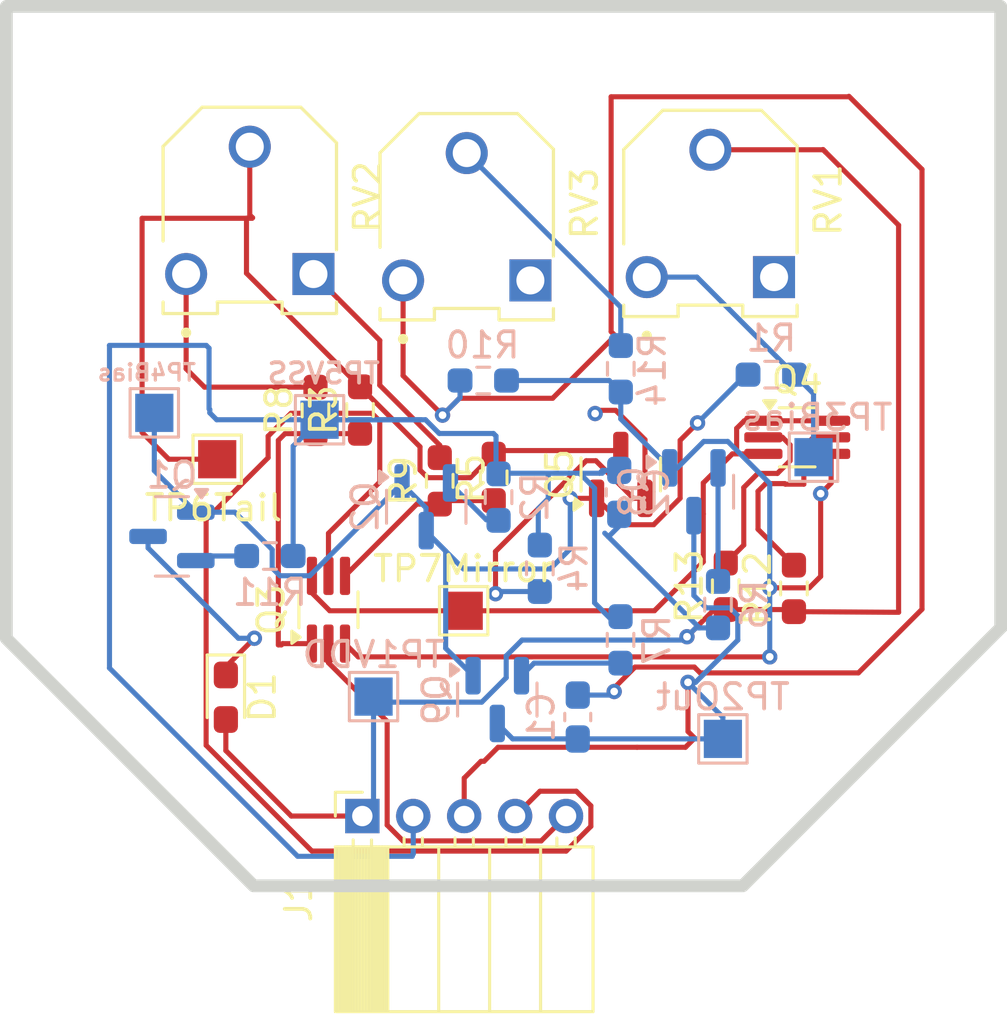
<source format=kicad_pcb>
(kicad_pcb (version 20240108) (generator "pcbnew") (generator_version "8.0")
  (layers (0 "F.Cu" signal) (31 "B.Cu" signal) (34 "B.Paste" user) (35 "F.Paste" user) (36 "B.SilkS" user "B.Silkscreen") (37 "F.SilkS" user "F.Silkscreen") (38 "B.Mask" user) (39 "F.Mask" user) (44 "Edge.Cuts" user))
  (net 0 "")
  (net 1 "OUT")
  (net 2 "Net-(C1-Pad1)")
  (net 3 "VDD")
  (net 4 "VSS")
  (net 5 "Net-(D1-K)")
  (net 6 "V+")
  (net 7 "V-")
  (net 8 "Net-(Q1-G)")
  (net 9 "Net-(Q1-S)")
  (net 10 "Net-(Q2-S)")
  (net 11 "/mirror")
  (net 12 "/difference")
  (net 13 "Net-(Q3B-SP)")
  (net 14 "Net-(Q3A-SN)")
  (net 15 "Net-(Q4B-SP)")
  (net 16 "Net-(Q4A-DN)")
  (net 17 "Net-(Q5-S)")
  (net 18 "/tail")
  (net 19 "Net-(Q8-D)")
  (net 20 "Net-(Q9-S)")
  (net 21 "/trim")
  (net 22 "Net-(R8-Pad2)")
  (net 23 "Net-(R9-Pad2)")
  (net 24 "Net-(R14-Pad2)")
  (footprint "Resistor_SMD:R_0603_1608Metric_Pad0.98x0.95mm_HandSolder" (layer "F.Cu") (at 130.48 63.48 90)
    (property "Reference" "R9" (at 0 -1.43 90) (layer "F.SilkS"))
    (property "Value" "100")
    (pad "1" smd roundrect (at -0.9125 0 90) (size 0.975 0.95) (layers "F.Cu" "F.Paste" "F.Mask") (net 13 "Net-(Q3B-SP)"))
    (pad "2" smd roundrect (at 0.9125 0 90) (size 0.975 0.95) (layers "F.Cu" "F.Paste" "F.Mask") (net 23 "Net-(R9-Pad2)"))
  )
  (footprint "Connector_PinSocket_2.00mm:PinSocket_1x05_P2.00mm_Horizontal" (layer "F.Cu") (at 127.44 76.64 90)
    (property "Reference" "J1" (at -3.31 -2.5 90) (layer "F.SilkS"))
    (property "Value" "Conn_01x05")
    (pad "1" thru_hole rect (at 0 0 90) (size 1.35 1.35) (drill 0.8) (layers "*.Cu" "*.Mask") (net 3 "VDD"))
    (pad "2" thru_hole oval (at 0 2 90) (size 1.35 1.35) (drill 0.8) (layers "*.Cu" "*.Mask") (net 4 "VSS"))
    (pad "3" thru_hole oval (at 0 4 90) (size 1.35 1.35) (drill 0.8) (layers "*.Cu" "*.Mask") (net 1 "OUT"))
    (pad "4" thru_hole oval (at 0 6 90) (size 1.35 1.35) (drill 0.8) (layers "*.Cu" "*.Mask") (net 6 "V+"))
    (pad "5" thru_hole oval (at 0 8 90) (size 1.35 1.35) (drill 0.8) (layers "*.Cu" "*.Mask") (net 7 "V-"))
  )
  (footprint "Diode_SMD:D_0603_1608Metric_Pad1.05x0.95mm_HandSolder" (layer "F.Cu") (at 122.08 71.975 -90)
    (property "Reference" "D1" (at 0 -1.43 90) (layer "F.SilkS"))
    (property "Value" "LED")
    (pad "1" smd roundrect (at -0.875 0 270) (size 1.05 0.95) (layers "F.Cu" "F.Paste" "F.Mask") (net 5 "Net-(D1-K)"))
    (pad "2" smd roundrect (at 0.875 0 270) (size 1.05 0.95) (layers "F.Cu" "F.Paste" "F.Mask") (net 3 "VDD"))
  )
  (footprint "Resistor_SMD:R_0603_1608Metric_Pad0.98x0.95mm_HandSolder" (layer "F.Cu") (at 141.7125 67.62 90)
    (property "Reference" "R13" (at 0 -1.43 90) (layer "F.SilkS"))
    (property "Value" "10")
    (pad "1" smd roundrect (at -0.9125 0 90) (size 0.975 0.95) (layers "F.Cu" "F.Paste" "F.Mask") (net 3 "VDD"))
    (pad "2" smd roundrect (at 0.9125 0 90) (size 0.975 0.95) (layers "F.Cu" "F.Paste" "F.Mask") (net 15 "Net-(Q4B-SP)"))
  )
  (footprint "AAMU Senior Design 2024-25:TRIM_3306F-1-501" (layer "F.Cu") (at 123.02 52.86 -90)
    (property "Reference" "RV2" (at -0.525 -4.625 90) (layer "F.SilkS"))
    (property "Value" "-500Ω")
    (pad "1" thru_hole rect (at 2.5 -2.5 270) (size 1.65 1.65) (drill 1.1) (layers "*.Cu" "*.Mask") (net 23 "Net-(R9-Pad2)"))
    (pad "2" thru_hole circle (at -2.5 0 270) (size 1.65 1.65) (drill 1.1) (layers "*.Cu" "*.Mask") (net 18 "/tail"))
    (pad "3" thru_hole circle (at 2.5 2.5 270) (size 1.65 1.65) (drill 1.1) (layers "*.Cu" "*.Mask") (net 22 "Net-(R8-Pad2)"))
  )
  (footprint "Resistor_SMD:R_0603_1608Metric_Pad0.98x0.95mm_HandSolder" (layer "F.Cu") (at 144.39 67.7025 90)
    (property "Reference" "R12" (at 0 -1.43 90) (layer "F.SilkS"))
    (property "Value" "10")
    (pad "1" smd roundrect (at -0.9125 0 90) (size 0.975 0.95) (layers "F.Cu" "F.Paste" "F.Mask") (net 3 "VDD"))
    (pad "2" smd roundrect (at 0.9125 0 90) (size 0.975 0.95) (layers "F.Cu" "F.Paste" "F.Mask") (net 16 "Net-(Q4A-DN)"))
  )
  (footprint "Resistor_SMD:R_0603_1608Metric_Pad0.98x0.95mm_HandSolder" (layer "F.Cu") (at 132.6 63.3425 90)
    (property "Reference" "R5" (at -0.0475 -0.88 90) (layer "F.SilkS"))
    (property "Value" "220")
    (pad "1" smd roundrect (at -0.9125 0 90) (size 0.975 0.95) (layers "F.Cu" "F.Paste" "F.Mask") (net 13 "Net-(Q3B-SP)"))
    (pad "2" smd roundrect (at 0.9125 0 90) (size 0.975 0.95) (layers "F.Cu" "F.Paste" "F.Mask") (net 18 "/tail"))
  )
  (footprint "Resistor_SMD:R_0603_1608Metric_Pad0.98x0.95mm_HandSolder" (layer "F.Cu") (at 127.35 60.7 90)
    (property "Reference" "R3" (at 0 -1.43 90) (layer "F.SilkS"))
    (property "Value" "220")
    (pad "1" smd roundrect (at -0.9125 0 90) (size 0.975 0.95) (layers "F.Cu" "F.Paste" "F.Mask") (net 14 "Net-(Q3A-SN)"))
    (pad "2" smd roundrect (at 0.9125 0 90) (size 0.975 0.95) (layers "F.Cu" "F.Paste" "F.Mask") (net 18 "/tail"))
  )
  (footprint "Package_TO_SOT_SMD:SOT-363_SC-70-6_Handsoldering" (layer "F.Cu") (at 126.11 68.54 90)
    (property "Reference" "Q3" (at 0 -2.25 90) (layer "F.SilkS"))
    (property "Value" "DMN2004DMK-7")
    (pad "1" smd roundrect (at -1.33 -0.65 90) (size 1.5 0.4) (layers "F.Cu" "F.Paste" "F.Mask") (net 14 "Net-(Q3A-SN)"))
    (pad "2" smd roundrect (at -1.33 0 90) (size 1.5 0.4) (layers "F.Cu" "F.Paste" "F.Mask") (net 7 "V-"))
    (pad "3" smd roundrect (at -1.33 0.65 90) (size 1.5 0.4) (layers "F.Cu" "F.Paste" "F.Mask") (net 12 "/difference"))
    (pad "4" smd roundrect (at 1.33 0.65 90) (size 1.5 0.4) (layers "F.Cu" "F.Paste" "F.Mask") (net 13 "Net-(Q3B-SP)"))
    (pad "5" smd roundrect (at 1.33 0 90) (size 1.5 0.4) (layers "F.Cu" "F.Paste" "F.Mask") (net 6 "V+"))
    (pad "6" smd roundrect (at 1.33 -0.65 90) (size 1.5 0.4) (layers "F.Cu" "F.Paste" "F.Mask") (net 11 "/mirror"))
  )
  (footprint "Package_TO_SOT_SMD:SOT-23" (layer "F.Cu") (at 137.59 63.2275 90)
    (property "Reference" "Q5" (at 0 -2.4 90) (layer "F.SilkS"))
    (property "Value" "DMN62DOU")
    (pad "1" smd roundrect (at -0.9375 -0.95 90) (size 1.475 0.6) (layers "F.Cu" "F.Paste" "F.Mask") (net 8 "Net-(Q1-G)"))
    (pad "2" smd roundrect (at -0.9375 0.95 90) (size 1.475 0.6) (layers "F.Cu" "F.Paste" "F.Mask") (net 17 "Net-(Q5-S)"))
    (pad "3" smd roundrect (at 0.9375 0 90) (size 1.475 0.6) (layers "F.Cu" "F.Paste" "F.Mask") (net 18 "/tail"))
  )
  (footprint "AAMU Senior Design 2024-25:TRIM_3306F-1-501" (layer "F.Cu") (at 131.54 53.11 -90)
    (property "Reference" "RV3" (at -0.525 -4.625 90) (layer "F.SilkS"))
    (property "Value" "-500Ω")
    (pad "1" thru_hole rect (at 2.5 -2.5 270) (size 1.65 1.65) (drill 1.1) (layers "*.Cu" "*.Mask"))
    (pad "2" thru_hole circle (at -2.5 0 270) (size 1.65 1.65) (drill 1.1) (layers "*.Cu" "*.Mask") (net 24 "Net-(R14-Pad2)"))
    (pad "3" thru_hole circle (at 2.5 2.5 270) (size 1.65 1.65) (drill 1.1) (layers "*.Cu" "*.Mask") (net 2 "Net-(C1-Pad1)"))
  )
  (footprint "Resistor_SMD:R_0603_1608Metric_Pad0.98x0.95mm_HandSolder" (layer "F.Cu") (at 125.6 60.7125 90)
    (property "Reference" "R8" (at 0 -1.43 90) (layer "F.SilkS"))
    (property "Value" "100")
    (pad "1" smd roundrect (at -0.9125 0 90) (size 0.975 0.95) (layers "F.Cu" "F.Paste" "F.Mask") (net 14 "Net-(Q3A-SN)"))
    (pad "2" smd roundrect (at 0.9125 0 90) (size 0.975 0.95) (layers "F.Cu" "F.Paste" "F.Mask") (net 22 "Net-(R8-Pad2)"))
  )
  (footprint "TestPoint:TestPoint_Pad_1.5x1.5mm" (layer "F.Cu") (at 131.42 68.58)
    (property "Reference" "TP7Mirror" (at 0 -1.648 0) (layer "F.SilkS"))
    (property "Value" "TestPoint")
    (pad "1" smd rect (at 0 0) (size 1.5 1.5) (layers "F.Cu" "F.Mask") (net 11 "/mirror"))
  )
  (footprint "AAMU Senior Design 2024-25:TRIM_3306F-1-501" (layer "F.Cu") (at 141.11 52.98 -90)
    (property "Reference" "RV1" (at -0.525 -4.625 90) (layer "F.SilkS"))
    (property "Value" "500Ω")
    (pad "1" thru_hole rect (at 2.5 -2.5 270) (size 1.65 1.65) (drill 1.1) (layers "*.Cu" "*.Mask"))
    (pad "2" thru_hole circle (at -2.5 0 270) (size 1.65 1.65) (drill 1.1) (layers "*.Cu" "*.Mask") (net 3 "VDD"))
    (pad "3" thru_hole circle (at 2.5 2.5 270) (size 1.65 1.65) (drill 1.1) (layers "*.Cu" "*.Mask") (net 21 "/trim"))
  )
  (footprint "Package_TO_SOT_SMD:SOT-363_SC-70-6_Handsoldering" (layer "F.Cu") (at 144.52 61.77)
    (property "Reference" "Q4" (at 0 -2.25 0) (layer "F.SilkS"))
    (property "Value" "DMP2240UDM-7")
    (pad "1" smd roundrect (at -1.33 -0.65) (size 1.5 0.4) (layers "F.Cu" "F.Paste" "F.Mask") (net 11 "/mirror"))
    (pad "2" smd roundrect (at -1.33 0) (size 1.5 0.4) (layers "F.Cu" "F.Paste" "F.Mask") (net 15 "Net-(Q4B-SP)"))
    (pad "3" smd roundrect (at -1.33 0.65) (size 1.5 0.4) (layers "F.Cu" "F.Paste" "F.Mask") (net 11 "/mirror"))
    (pad "4" smd roundrect (at 1.33 0.65) (size 1.5 0.4) (layers "F.Cu" "F.Paste" "F.Mask") (net 12 "/difference"))
    (pad "5" smd roundrect (at 1.33 0) (size 1.5 0.4) (layers "F.Cu" "F.Paste" "F.Mask") (net 16 "Net-(Q4A-DN)"))
    (pad "6" smd roundrect (at 1.33 -0.65) (size 1.5 0.4) (layers "F.Cu" "F.Paste" "F.Mask") (net 11 "/mirror"))
  )
  (footprint "TestPoint:TestPoint_Pad_1.5x1.5mm" (layer "F.Cu") (at 121.74 62.63)
    (property "Reference" "TP6Tail" (at -0.15 1.91 0) (layer "F.SilkS"))
    (property "Value" "TestPoint")
    (pad "1" smd rect (at 0 0) (size 1.5 1.5) (layers "F.Cu" "F.Mask") (net 18 "/tail"))
  )
  (footprint "Resistor_SMD:R_0603_1608Metric_Pad0.98x0.95mm_HandSolder" (layer "B.Cu") (at 134.41 66.9125 90)
    (property "Reference" "R4" (at 0.0375 1.35 90) (layer "B.SilkS") (effects (justify mirror)))
    (property "Value" "10")
    (pad "1" smd roundrect (at -0.9125 0 90) (size 0.975 0.95) (layers "B.Cu" "B.Paste" "B.Mask") (net 17 "Net-(Q5-S)"))
    (pad "2" smd roundrect (at 0.9125 0 90) (size 0.975 0.95) (layers "B.Cu" "B.Paste" "B.Mask") (net 4 "VSS"))
  )
  (footprint "Resistor_SMD:R_0603_1608Metric_Pad0.98x0.95mm_HandSolder" (layer "B.Cu") (at 143.5 59.31 180)
    (property "Reference" "R1" (at 0 1.43 0) (layer "B.SilkS") (effects (justify mirror)))
    (property "Value" "680Ω")
    (pad "1" smd roundrect (at -0.9125 0 180) (size 0.975 0.95) (layers "B.Cu" "B.Paste" "B.Mask") (net 21 "/trim"))
    (pad "2" smd roundrect (at 0.9125 0 180) (size 0.975 0.95) (layers "B.Cu" "B.Paste" "B.Mask") (net 8 "Net-(Q1-G)"))
  )
  (footprint "Resistor_SMD:R_0603_1608Metric_Pad0.98x0.95mm_HandSolder" (layer "B.Cu") (at 132.79 64.1175 90)
    (property "Reference" "R2" (at 0 1.43 90) (layer "B.SilkS") (effects (justify mirror)))
    (property "Value" "10")
    (pad "1" smd roundrect (at -0.9125 0 90) (size 0.975 0.95) (layers "B.Cu" "B.Paste" "B.Mask") (net 10 "Net-(Q2-S)"))
    (pad "2" smd roundrect (at 0.9125 0 90) (size 0.975 0.95) (layers "B.Cu" "B.Paste" "B.Mask") (net 4 "VSS"))
  )
  (footprint "TestPoint:TestPoint_Pad_1.5x1.5mm" (layer "B.Cu") (at 141.6 73.61 180)
    (property "Reference" "TP2Out" (at 0 1.648 0) (layer "B.SilkS") (effects (justify mirror)))
    (property "Value" "TestPoint")
    (pad "1" smd rect (at 0 0 180) (size 1.5 1.5) (layers "B.Cu" "B.Mask") (net 1 "OUT"))
  )
  (footprint "Package_TO_SOT_SMD:SOT-23" (layer "B.Cu") (at 132.74 72.0675 -90)
    (property "Reference" "Q9" (at 0 2.4 90) (layer "B.SilkS") (effects (justify mirror)))
    (property "Value" "DMN62DOU")
    (pad "1" smd roundrect (at -0.9375 0.95 270) (size 1.475 0.6) (layers "B.Cu" "B.Paste" "B.Mask") (net 8 "Net-(Q1-G)"))
    (pad "2" smd roundrect (at -0.9375 -0.95 270) (size 1.475 0.6) (layers "B.Cu" "B.Paste" "B.Mask") (net 20 "Net-(Q9-S)"))
    (pad "3" smd roundrect (at 0.9375 0 270) (size 1.475 0.6) (layers "B.Cu" "B.Paste" "B.Mask") (net 1 "OUT"))
  )
  (footprint "Resistor_SMD:R_0603_1608Metric_Pad0.98x0.95mm_HandSolder" (layer "B.Cu") (at 141.41 68.34 90)
    (property "Reference" "R6" (at 0 1.43 90) (layer "B.SilkS") (effects (justify mirror)))
    (property "Value" "10")
    (pad "1" smd roundrect (at -0.9125 0 90) (size 0.975 0.95) (layers "B.Cu" "B.Paste" "B.Mask") (net 3 "VDD"))
    (pad "2" smd roundrect (at 0.9125 0 90) (size 0.975 0.95) (layers "B.Cu" "B.Paste" "B.Mask") (net 19 "Net-(Q8-D)"))
  )
  (footprint "Resistor_SMD:R_0603_1608Metric_Pad0.98x0.95mm_HandSolder" (layer "B.Cu") (at 132.19 59.54 180)
    (property "Reference" "R10" (at 0.03 1.39 0) (layer "B.SilkS") (effects (justify mirror)))
    (property "Value" "DNP")
    (pad "1" smd roundrect (at -0.9125 0 180) (size 0.975 0.95) (layers "B.Cu" "B.Paste" "B.Mask") (net 12 "/difference"))
    (pad "2" smd roundrect (at 0.9125 0 180) (size 0.975 0.95) (layers "B.Cu" "B.Paste" "B.Mask") (net 2 "Net-(C1-Pad1)"))
  )
  (footprint "Resistor_SMD:R_0603_1608Metric_Pad0.98x0.95mm_HandSolder" (layer "B.Cu") (at 137.59 59.08 90)
    (property "Reference" "R14" (at -0.0325 1.24 90) (layer "B.SilkS") (effects (justify mirror)))
    (property "Value" "10")
    (pad "1" smd roundrect (at -0.9125 0 90) (size 0.975 0.95) (layers "B.Cu" "B.Paste" "B.Mask") (net 12 "/difference"))
    (pad "2" smd roundrect (at 0.9125 0 90) (size 0.975 0.95) (layers "B.Cu" "B.Paste" "B.Mask") (net 24 "Net-(R14-Pad2)"))
  )
  (footprint "Package_TO_SOT_SMD:SOT-23" (layer "B.Cu") (at 119.9625 65.66 180)
    (property "Reference" "Q1" (at 0 2.4 0) (layer "B.SilkS") (effects (justify mirror)))
    (property "Value" "DMN62DOU")
    (pad "1" smd roundrect (at -0.9375 0.95 180) (size 1.475 0.6) (layers "B.Cu" "B.Paste" "B.Mask") (net 8 "Net-(Q1-G)"))
    (pad "2" smd roundrect (at -0.9375 -0.95 180) (size 1.475 0.6) (layers "B.Cu" "B.Paste" "B.Mask") (net 9 "Net-(Q1-S)"))
    (pad "3" smd roundrect (at 0.9375 0 180) (size 1.475 0.6) (layers "B.Cu" "B.Paste" "B.Mask") (net 5 "Net-(D1-K)"))
  )
  (footprint "Resistor_SMD:R_0603_1608Metric_Pad0.98x0.95mm_HandSolder" (layer "B.Cu") (at 123.81 66.43)
    (property "Reference" "R11" (at 0 1.43 0) (layer "B.SilkS") (effects (justify mirror)))
    (property "Value" "10")
    (pad "1" smd roundrect (at -0.9125 0) (size 0.975 0.95) (layers "B.Cu" "B.Paste" "B.Mask") (net 9 "Net-(Q1-S)"))
    (pad "2" smd roundrect (at 0.9125 0) (size 0.975 0.95) (layers "B.Cu" "B.Paste" "B.Mask") (net 4 "VSS"))
  )
  (footprint "TestPoint:TestPoint_Pad_1.5x1.5mm" (layer "B.Cu") (at 145.16 62.55 180)
    (property "Reference" "TP3Bias" (at -0.14 1.56 0) (layer "B.SilkS") (effects (justify mirror)))
    (property "Value" "TestPoint")
    (pad "1" smd rect (at 0 0 180) (size 1.5 1.5) (layers "B.Cu" "B.Mask") (net 21 "/trim"))
  )
  (footprint "Package_TO_SOT_SMD:SOT-23" (layer "B.Cu") (at 140.46 63.9075 -90)
    (property "Reference" "Q8" (at 0 2.4 90) (layer "B.SilkS") (effects (justify mirror)))
    (property "Value" "DMP510DL")
    (pad "1" smd roundrect (at -0.9375 0.95 270) (size 1.475 0.6) (layers "B.Cu" "B.Paste" "B.Mask") (net 12 "/difference"))
    (pad "2" smd roundrect (at -0.9375 -0.95 270) (size 1.475 0.6) (layers "B.Cu" "B.Paste" "B.Mask") (net 19 "Net-(Q8-D)"))
    (pad "3" smd roundrect (at 0.9375 0 270) (size 1.475 0.6) (layers "B.Cu" "B.Paste" "B.Mask") (net 1 "OUT"))
  )
  (footprint "TestPoint:TestPoint_Pad_1.5x1.5mm" (layer "B.Cu") (at 127.88 71.95 180)
    (property "Reference" "TP1VDD" (at 0 1.648 0) (layer "B.SilkS") (effects (justify mirror)))
    (property "Value" "TestPoint")
    (pad "1" smd rect (at 0 0 180) (size 1.5 1.5) (layers "B.Cu" "B.Mask") (net 3 "VDD"))
  )
  (footprint "Package_TO_SOT_SMD:SOT-23" (layer "B.Cu") (at 129.95 64.4975 -90)
    (property "Reference" "Q2" (at 0 2.4 90) (layer "B.SilkS") (effects (justify mirror)))
    (property "Value" "DMN62DOU")
    (pad "1" smd roundrect (at -0.9375 0.95 270) (size 1.475 0.6) (layers "B.Cu" "B.Paste" "B.Mask") (net 8 "Net-(Q1-G)"))
    (pad "2" smd roundrect (at -0.9375 -0.95 270) (size 1.475 0.6) (layers "B.Cu" "B.Paste" "B.Mask") (net 10 "Net-(Q2-S)"))
    (pad "3" smd roundrect (at 0.9375 0 270) (size 1.475 0.6) (layers "B.Cu" "B.Paste" "B.Mask") (net 8 "Net-(Q1-G)"))
  )
  (footprint "TestPoint:TestPoint_Pad_1.5x1.5mm" (layer "B.Cu") (at 125.76 61.08 180)
    (property "Reference" "TP5VSS" (at -0.16 1.82 0) (layer "B.SilkS") (effects (font (size 0.8 0.8)) (justify mirror)))
    (property "Value" "TestPoint")
    (pad "1" smd rect (at 0 0 180) (size 1.5 1.5) (layers "B.Cu" "B.Mask") (net 4 "VSS"))
  )
  (footprint "Capacitor_SMD:C_0603_1608Metric_Pad1.08x0.95mm_HandSolder" (layer "B.Cu") (at 135.9 72.7525 -90)
    (property "Reference" "C1" (at 0 1.43 90) (layer "B.SilkS") (effects (justify mirror)))
    (property "Value" "0.001µF")
    (pad "1" smd roundrect (at -0.8625 0 270) (size 1.075 0.95) (layers "B.Cu" "B.Paste" "B.Mask") (net 2 "Net-(C1-Pad1)"))
    (pad "2" smd roundrect (at 0.8625 0 270) (size 1.075 0.95) (layers "B.Cu" "B.Paste" "B.Mask") (net 1 "OUT"))
  )
  (footprint "TestPoint:TestPoint_Pad_1.5x1.5mm" (layer "B.Cu") (at 119.27 60.81 180)
    (property "Reference" "TP4Bias" (at 0.3 1.58 0) (layer "B.SilkS") (effects (font (size 0.65 0.65) (thickness 0.125)) (justify mirror)))
    (property "Value" "TestPoint")
    (pad "1" smd rect (at 0 0 180) (size 1.5 1.5) (layers "B.Cu" "B.Mask") (net 8 "Net-(Q1-G)"))
  )
  (footprint "Capacitor_SMD:C_0603_1608Metric_Pad1.08x0.95mm_HandSolder" (layer "B.Cu") (at 137.53 63.93 90)
    (property "Reference" "C2" (at 0 1.43 90) (layer "B.SilkS") (effects (justify mirror)))
    (property "Value" "10µF")
    (pad "1" smd roundrect (at -0.8625 0 90) (size 1.075 0.95) (layers "B.Cu" "B.Paste" "B.Mask") (net 3 "VDD"))
    (pad "2" smd roundrect (at 0.8625 0 90) (size 1.075 0.95) (layers "B.Cu" "B.Paste" "B.Mask") (net 4 "VSS"))
  )
  (footprint "Resistor_SMD:R_0603_1608Metric_Pad0.98x0.95mm_HandSolder" (layer "B.Cu") (at 137.58 69.7225 90)
    (property "Reference" "R7" (at 0 1.43 90) (layer "B.SilkS") (effects (justify mirror)))
    (property "Value" "10")
    (pad "1" smd roundrect (at -0.9125 0 90) (size 0.975 0.95) (layers "B.Cu" "B.Paste" "B.Mask") (net 20 "Net-(Q9-S)"))
    (pad "2" smd roundrect (at 0.9125 0 90) (size 0.975 0.95) (layers "B.Cu" "B.Paste" "B.Mask") (net 4 "VSS"))
  )
  (gr_poly (pts (xy 113.46 44.85) (xy 152.51 44.85) (xy 152.51 69.25) (xy 142.38 79.38) (xy 123.17 79.38) (xy 113.46 69.67)) (stroke (width 0.5)) (fill none) (layer "Edge.Cuts"))
  (segment (start 138.23 73.94) (end 140.13 73.94) (width 0.2) (layer "F.Cu") (net 1))
  (segment (start 131.44 76.64) (end 131.44 75.15) (width 0.2) (layer "F.Cu") (net 1))
  (segment (start 140.13 73.94) (end 140.49 73.58) (width 0.2) (layer "F.Cu") (net 1))
  (segment (start 140.23 71.31) (end 140.23 71.39) (width 0.2) (layer "F.Cu") (net 1))
  (segment (start 140.49 73.58) (end 140.23 73.32) (width 0.2) (layer "F.Cu") (net 1))
  (segment (start 140.23 73.32) (end 140.23 71.39) (width 0.2) (layer "F.Cu") (net 1))
  (segment (start 132.1 74.49) (end 132.22 74.49) (width 0.2) (layer "F.Cu") (net 1))
  (segment (start 132.77 73.94) (end 138.23 73.94) (width 0.2) (layer "F.Cu") (net 1))
  (segment (start 131.44 75.15) (end 132.1 74.49) (width 0.2) (layer "F.Cu") (net 1))
  (segment (start 132.22 74.49) (end 132.77 73.94) (width 0.2) (layer "F.Cu") (net 1))
  (via (at 140.23 71.39) (size 0.6) (drill 0.3) (layers "F.Cu" "B.Cu") (net 1))
  (segment (start 141.876722 68.465) (end 142.185 68.773278) (width 0.2) (layer "B.Cu") (net 1))
  (segment (start 141.6 72.76) (end 140.23 71.39) (width 0.2) (layer "B.Cu") (net 1))
  (segment (start 142.185 69.731722) (end 140.526722 71.39) (width 0.2) (layer "B.Cu") (net 1))
  (segment (start 141.6 73.61) (end 141.6 72.76) (width 0.2) (layer "B.Cu") (net 1))
  (segment (start 140.46 64.845) (end 140.46 67.981722) (width 0.2) (layer "B.Cu") (net 1))
  (segment (start 142.185 68.773278) (end 142.185 69.731722) (width 0.2) (layer "B.Cu") (net 1))
  (segment (start 140.526722 71.39) (end 140.23 71.39) (width 0.2) (layer "B.Cu") (net 1))
  (segment (start 140.943278 68.465) (end 141.876722 68.465) (width 0.2) (layer "B.Cu") (net 1))
  (segment (start 141.6 73.61) (end 133.345 73.61) (width 0.2) (layer "B.Cu") (net 1))
  (segment (start 133.345 73.61) (end 132.74 73.005) (width 0.2) (layer "B.Cu") (net 1))
  (segment (start 140.46 67.981722) (end 140.943278 68.465) (width 0.2) (layer "B.Cu") (net 1))
  (segment (start 129.04 55.61) (end 129.04 59.35) (width 0.2) (layer "F.Cu") (net 2))
  (segment (start 149.42 51.25) (end 149.42 68.52) (width 0.2) (layer "F.Cu") (net 2))
  (segment (start 130.59 60.9) (end 131.253129 60.236871) (width 0.2) (layer "F.Cu") (net 2))
  (segment (start 131.253129 60.236871) (end 134.913129 60.236871) (width 0.2) (layer "F.Cu") (net 2))
  (segment (start 137.37 57.78) (end 137.21 57.62) (width 0.2) (layer "F.Cu") (net 2))
  (segment (start 146.92 71.02) (end 140.708529 71.02) (width 0.2) (layer "F.Cu") (net 2))
  (segment (start 140.478529 70.79) (end 138.15 70.79) (width 0.2) (layer "F.Cu") (net 2))
  (segment (start 137.331151 71.608849) (end 137.331151 71.75) (width 0.2) (layer "F.Cu") (net 2))
  (segment (start 146.55 48.38) (end 149.42 51.25) (width 0.2) (layer "F.Cu") (net 2))
  (segment (start 137.21 57.62) (end 137.21 48.4) (width 0.2) (layer "F.Cu") (net 2))
  (segment (start 134.913129 60.236871) (end 137.37 57.78) (width 0.2) (layer "F.Cu") (net 2))
  (segment (start 149.42 68.52) (end 146.92 71.02) (width 0.2) (layer "F.Cu") (net 2))
  (segment (start 138.15 70.79) (end 137.331151 71.608849) (width 0.2) (layer "F.Cu") (net 2))
  (segment (start 129.04 59.35) (end 130.59 60.9) (width 0.2) (layer "F.Cu") (net 2))
  (segment (start 137.21 48.4) (end 146.53 48.4) (width 0.2) (layer "F.Cu") (net 2))
  (segment (start 140.708529 71.02) (end 140.478529 70.79) (width 0.2) (layer "F.Cu") (net 2))
  (via (at 137.331151 71.75) (size 0.6) (drill 0.3) (layers "F.Cu" "B.Cu") (net 2))
  (via (at 130.59 60.9) (size 0.6) (drill 0.3) (layers "F.Cu" "B.Cu") (net 2))
  (segment (start 137.191151 71.89) (end 137.331151 71.75) (width 0.2) (layer "B.Cu") (net 2))
  (segment (start 135.9 71.89) (end 137.191151 71.89) (width 0.2) (layer "B.Cu") (net 2))
  (segment (start 131.2775 60.2125) (end 130.59 60.9) (width 0.2) (layer "B.Cu") (net 2))
  (segment (start 131.2775 59.54) (end 131.2775 60.2125) (width 0.2) (layer "B.Cu") (net 2))
  (segment (start 122.08 72.85) (end 122.08 74.07) (width 0.2) (layer "F.Cu") (net 3))
  (segment (start 122.08 74.07) (end 124.65 76.64) (width 0.2) (layer "F.Cu") (net 3))
  (segment (start 124.65 76.64) (end 127.44 76.64) (width 0.2) (layer "F.Cu") (net 3))
  (segment (start 148.5 68.64) (end 148.5 53.44) (width 0.2) (layer "F.Cu") (net 3))
  (segment (start 141.7125 68.5325) (end 141.2575 68.5325) (width 0.2) (layer "F.Cu") (net 3))
  (segment (start 141.2575 68.5325) (end 140.19 69.6) (width 0.2) (layer "F.Cu") (net 3))
  (segment (start 148.5 53.44) (end 145.63 50.57) (width 0.2) (layer "F.Cu") (net 3))
  (segment (start 144.39 68.615) (end 148.5 68.64) (width 0.2) (layer "F.Cu") (net 3))
  (segment (start 145.54 50.48) (end 145.63 50.57) (width 0.2) (layer "F.Cu") (net 3))
  (segment (start 145.63 50.57) (end 145.53 50.47) (width 0.2) (layer "F.Cu") (net 3))
  (segment (start 141.11 50.48) (end 145.54 50.48) (width 0.2) (layer "F.Cu") (net 3))
  (segment (start 141.7125 68.5325) (end 144.3075 68.5325) (width 0.2) (layer "F.Cu") (net 3))
  (segment (start 144.3075 68.5325) (end 144.39 68.615) (width 0.2) (layer "F.Cu") (net 3))
  (via (at 140.19 69.6) (size 0.6) (drill 0.3) (layers "F.Cu" "B.Cu") (net 3))
  (segment (start 128.0975 72.1675) (end 132.130552 72.1675) (width 0.2) (layer "B.Cu") (net 3))
  (segment (start 140.68 69.2525) (end 137.10375 65.67625) (width 0.2) (layer "B.Cu") (net 3))
  (segment (start 137.10375 65.67625) (end 136.96 65.5325) (width 0.2) (layer "B.Cu") (net 3))
  (segment (start 140.68 69.2525) (end 140.5375 69.2525) (width 0.2) (layer "B.Cu") (net 3))
  (segment (start 140.5375 69.2525) (end 140.19 69.6) (width 0.2) (layer "B.Cu") (net 3))
  (segment (start 127.88 76.2) (end 127.44 76.64) (width 0.2) (layer "B.Cu") (net 3))
  (segment (start 140.06 69.73) (end 140.19 69.6) (width 0.2) (layer "B.Cu") (net 3))
  (segment (start 137.10375 65.67625) (end 137.53 65.25) (width 0.2) (layer "B.Cu") (net 3))
  (segment (start 133.09 70.351948) (end 133.711948 69.73) (width 0.2) (layer "B.Cu") (net 3))
  (segment (start 137.53 65.25) (end 137.53 64.7925) (width 0.2) (layer "B.Cu") (net 3))
  (segment (start 141.41 69.2525) (end 140.68 69.2525) (width 0.2) (layer "B.Cu") (net 3))
  (segment (start 133.09 71.208052) (end 133.09 70.351948) (width 0.2) (layer "B.Cu") (net 3))
  (segment (start 127.88 71.95) (end 127.88 76.2) (width 0.2) (layer "B.Cu") (net 3))
  (segment (start 133.711948 69.73) (end 140.06 69.73) (width 0.2) (layer "B.Cu") (net 3))
  (segment (start 132.130552 72.1675) (end 133.09 71.208052) (width 0.2) (layer "B.Cu") (net 3))
  (segment (start 127.88 71.95) (end 128.0975 72.1675) (width 0.2) (layer "B.Cu") (net 3))
  (segment (start 132.64 63.18) (end 134.74 63.18) (width 0.2) (layer "B.Cu") (net 4))
  (segment (start 121.72 61.08) (end 121.45 60.81) (width 0.2) (layer "B.Cu") (net 4))
  (segment (start 125.76 61.08) (end 121.72 61.08) (width 0.2) (layer "B.Cu") (net 4))
  (segment (start 129.921471 61.08) (end 125.76 61.08) (width 0.2) (layer "B.Cu") (net 4))
  (segment (start 121.45 60.68) (end 121.42 60.65) (width 0.2) (layer "B.Cu") (net 4))
  (segment (start 135.97 63.18) (end 136.76 63.18) (width 0.2) (layer "B.Cu") (net 4))
  (segment (start 117.51 70.83) (end 124.9 78.22) (width 0.2) (layer "B.Cu") (net 4))
  (segment (start 134.35 66.15) (end 134.35 64.571471) (width 0.2) (layer "B.Cu") (net 4))
  (segment (start 136.76 63.18) (end 136.86 63.18) (width 0.2) (layer "B.Cu") (net 4))
  (segment (start 134.74 63.18) (end 135.97 63.18) (width 0.2) (layer "B.Cu") (net 4))
  (segment (start 132.69 61.72) (end 132.59 61.62) (width 0.2) (layer "B.Cu") (net 4))
  (segment (start 132.69 63.2075) (end 132.69 61.72) (width 0.2) (layer "B.Cu") (net 4))
  (segment (start 125.76 61.08) (end 124.7225 62.1175) (width 0.2) (layer "B.Cu") (net 4))
  (segment (start 134.35 64.571471) (end 134.74 64.181471) (width 0.2) (layer "B.Cu") (net 4))
  (segment (start 134.74 64.181471) (end 134.74 63.18) (width 0.2) (layer "B.Cu") (net 4))
  (segment (start 121.31 58.16) (end 117.51 58.16) (width 0.2) (layer "B.Cu") (net 4))
  (segment (start 136.56 63.77) (end 135.97 63.18) (width 0.2) (layer "B.Cu") (net 4))
  (segment (start 136.86 63.18) (end 136.96 63.08) (width 0.2) (layer "B.Cu") (net 4))
  (segment (start 137.23 68.9375) (end 136.56 68.2675) (width 0.2) (layer "B.Cu") (net 4))
  (segment (start 124.9 78.22) (end 129.4 78.22) (width 0.2) (layer "B.Cu") (net 4))
  (segment (start 129.4 78.22) (end 129.4 78.17) (width 0.2) (layer "B.Cu") (net 4))
  (segment (start 136.56 68.2675) (end 136.56 63.77) (width 0.2) (layer "B.Cu") (net 4))
  (segment (start 129.758052 61.08) (end 125.76 61.08) (width 0.2) (layer "B.Cu") (net 4))
  (segment (start 121.42 60.65) (end 121.42 58.27) (width 0.2) (layer "B.Cu") (net 4))
  (segment (start 132.59 61.62) (end 130.461472 61.62) (width 0.2) (layer "B.Cu") (net 4))
  (segment (start 130.425736 61.584264) (end 129.921471 61.08) (width 0.2) (layer "B.Cu") (net 4))
  (segment (start 129.4 78.17) (end 129.44 78.13) (width 0.2) (layer "B.Cu") (net 4))
  (segment (start 121.42 58.27) (end 121.31 58.16) (width 0.2) (layer "B.Cu") (net 4))
  (segment (start 129.44 78.13) (end 129.44 76.64) (width 0.2) (layer "B.Cu") (net 4))
  (segment (start 130.461472 61.62) (end 130.425736 61.584264) (width 0.2) (layer "B.Cu") (net 4))
  (segment (start 121.45 60.81) (end 121.45 60.68) (width 0.2) (layer "B.Cu") (net 4))
  (segment (start 136.76 63.18) (end 136.8725 63.0675) (width 0.2) (layer "B.Cu") (net 4))
  (segment (start 136.8725 63.0675) (end 137.53 63.0675) (width 0.2) (layer "B.Cu") (net 4))
  (segment (start 117.51 58.16) (end 117.51 70.83) (width 0.2) (layer "B.Cu") (net 4))
  (segment (start 124.7225 62.1175) (end 124.7225 66.43) (width 0.2) (layer "B.Cu") (net 4))
  (segment (start 123.28 69.58) (end 123.2 69.66) (width 0.2) (layer "F.Cu") (net 5))
  (segment (start 122.08 70.78) (end 123.2 69.66) (width 0.2) (layer "F.Cu") (net 5))
  (segment (start 122.08 71.1) (end 122.08 70.78) (width 0.2) (layer "F.Cu") (net 5))
  (via (at 123.2 69.66) (size 0.6) (drill 0.3) (layers "F.Cu" "B.Cu") (net 5))
  (segment (start 122.571948 69.66) (end 123.2 69.66) (width 0.2) (layer "B.Cu") (net 5))
  (segment (start 119.025 65.66) (end 119.025 66.113052) (width 0.2) (layer "B.Cu") (net 5))
  (segment (start 119.025 66.113052) (end 122.571948 69.66) (width 0.2) (layer "B.Cu") (net 5))
  (segment (start 135.843859 75.665) (end 136.415 76.236141) (width 0.2) (layer "F.Cu") (net 6))
  (segment (start 136.415 77.043859) (end 135.443859 78.015) (width 0.2) (layer "F.Cu") (net 6))
  (segment (start 125.459314 78.015) (end 121.305 73.860686) (width 0.2) (layer "F.Cu") (net 6))
  (segment (start 127.816722 60.825) (end 128.125 61.133278) (width 0.2) (layer "F.Cu") (net 6))
  (segment (start 128.125 63.525) (end 126.11 65.54) (width 0.2) (layer "F.Cu") (net 6))
  (segment (start 135.443859 78.015) (end 125.459314 78.015) (width 0.2) (layer "F.Cu") (net 6))
  (segment (start 121.305 73.860686) (end 121.305 65.005) (width 0.2) (layer "F.Cu") (net 6))
  (segment (start 124.639314 60.825) (end 127.816722 60.825) (width 0.2) (layer "F.Cu") (net 6))
  (segment (start 123.74 62.57) (end 123.74 61.724314) (width 0.2) (layer "F.Cu") (net 6))
  (segment (start 123.74 61.724314) (end 124.639314 60.825) (width 0.2) (layer "F.Cu") (net 6))
  (segment (start 128.125 61.133278) (end 128.125 63.525) (width 0.2) (layer "F.Cu") (net 6))
  (segment (start 121.305 65.005) (end 123.74 62.57) (width 0.2) (layer "F.Cu") (net 6))
  (segment (start 134.415 75.665) (end 135.843859 75.665) (width 0.2) (layer "F.Cu") (net 6))
  (segment (start 126.11 67.21) (end 126.11 65.54) (width 0.2) (layer "F.Cu") (net 6))
  (segment (start 133.44 76.64) (end 134.415 75.665) (width 0.2) (layer "F.Cu") (net 6))
  (segment (start 136.415 76.236141) (end 136.415 77.043859) (width 0.2) (layer "F.Cu") (net 6))
  (segment (start 128.415 76.993859) (end 129.036141 77.615) (width 0.2) (layer "F.Cu") (net 7))
  (segment (start 126.11 69.87) (end 126.11 70.619999) (width 0.2) (layer "F.Cu") (net 7))
  (segment (start 126.11 70.619999) (end 128.415 72.924999) (width 0.2) (layer "F.Cu") (net 7))
  (segment (start 134.465 77.615) (end 135.44 76.64) (width 0.2) (layer "F.Cu") (net 7))
  (segment (start 129.036141 77.615) (end 134.465 77.615) (width 0.2) (layer "F.Cu") (net 7))
  (segment (start 128.415 72.924999) (end 128.415 76.993859) (width 0.2) (layer "F.Cu") (net 7))
  (segment (start 140.67 61.14) (end 140.605 61.205) (width 0.2) (layer "F.Cu") (net 8))
  (segment (start 139.92 61.89) (end 140.605 61.205) (width 0.2) (layer "F.Cu") (net 8))
  (segment (start 135.57 64.13) (end 135.605 64.165) (width 0.2) (layer "F.Cu") (net 8))
  (segment (start 139.92 64.163052) (end 139.92 61.89) (width 0.2) (layer "F.Cu") (net 8))
  (segment (start 137.6775 65.2025) (end 138.880552 65.2025) (width 0.2) (layer "F.Cu") (net 8))
  (segment (start 136.64 64.165) (end 135.605 64.165) (width 0.2) (layer "F.Cu") (net 8))
  (segment (start 138.880552 65.2025) (end 139.92 64.163052) (width 0.2) (layer "F.Cu") (net 8))
  (segment (start 136.64 64.165) (end 137.6775 65.2025) (width 0.2) (layer "F.Cu") (net 8))
  (via (at 135.605 64.165) (size 0.6) (drill 0.3) (layers "F.Cu" "B.Cu") (net 8))
  (via (at 140.605 61.205) (size 0.6) (drill 0.3) (layers "F.Cu" "B.Cu") (net 8))
  (segment (start 125.375 67.205) (end 128.99 63.59) (width 0.2) (layer "B.Cu") (net 8))
  (segment (start 124.205 67.205) (end 125.375 67.205) (width 0.2) (layer "B.Cu") (net 8))
  (segment (start 123.9 66.178278) (end 123.9 66.9) (width 0.2) (layer "B.Cu") (net 8))
  (segment (start 129.94 65.465) (end 131.4125 66.9375) (width 0.2) (layer "B.Cu") (net 8))
  (segment (start 130.7125 66.2375) (end 129.94 65.465) (width 0.2) (layer "B.Cu") (net 8))
  (segment (start 129.94 65.465) (end 129.94 64.54) (width 0.2) (layer "B.Cu") (net 8))
  (segment (start 134.816722 66.9375) (end 135.605 66.149222) (width 0.2) (layer "B.Cu") (net 8))
  (segment (start 130.7125 70.0525) (end 130.7125 66.2375) (width 0.2) (layer "B.Cu") (net 8))
  (segment (start 120.9 64.71) (end 122.431722 64.71) (width 0.2) (layer "B.Cu") (net 8))
  (segment (start 131.79 71.13) (end 130.7125 70.0525) (width 0.2) (layer "B.Cu") (net 8))
  (segment (start 131.4125 66.9375) (end 134.816722 66.9375) (width 0.2) (layer "B.Cu") (net 8))
  (segment (start 119.27 63.08) (end 120.9 64.71) (width 0.2) (layer "B.Cu") (net 8))
  (segment (start 135.605 66.149222) (end 135.605 64.165) (width 0.2) (layer "B.Cu") (net 8))
  (segment (start 123.9 66.9) (end 124.205 67.205) (width 0.2) (layer "B.Cu") (net 8))
  (segment (start 142.5 59.31) (end 140.605 61.205) (width 0.2) (layer "B.Cu") (net 8))
  (segment (start 142.5875 59.31) (end 142.5 59.31) (width 0.2) (layer "B.Cu") (net 8))
  (segment (start 129.94 64.54) (end 128.99 63.59) (width 0.2) (layer "B.Cu") (net 8))
  (segment (start 119.27 60.81) (end 119.27 63.08) (width 0.2) (layer "B.Cu") (net 8))
  (segment (start 122.431722 64.71) (end 123.9 66.178278) (width 0.2) (layer "B.Cu") (net 8))
  (segment (start 121.08 66.43) (end 120.9 66.61) (width 0.2) (layer "B.Cu") (net 9))
  (segment (start 122.8975 66.43) (end 121.08 66.43) (width 0.2) (layer "B.Cu") (net 9))
  (segment (start 132.64 65.005) (end 132.305 65.005) (width 0.2) (layer "B.Cu") (net 10))
  (segment (start 132.305 65.005) (end 130.89 63.59) (width 0.2) (layer "B.Cu") (net 10))
  (segment (start 142.14 62.37) (end 142.19 62.42) (width 0.2) (layer "F.Cu") (net 11))
  (segment (start 138.91 68.58) (end 140.83 66.66) (width 0.2) (layer "F.Cu") (net 11))
  (segment (start 125.46 67.21) (end 125.46 67.878456) (width 0.2) (layer "F.Cu") (net 11))
  (segment (start 125.46 67.878456) (end 126.161544 68.58) (width 0.2) (layer "F.Cu") (net 11))
  (segment (start 141.971815 62.42) (end 140.83 63.561815) (width 0.2) (layer "F.Cu") (net 11))
  (segment (start 142.440001 61.12) (end 142.14 61.420001) (width 0.2) (layer "F.Cu") (net 11))
  (segment (start 142.14 61.420001) (end 142.14 62.37) (width 0.2) (layer "F.Cu") (net 11))
  (segment (start 140.83 63.561815) (end 140.83 64.7775) (width 0.2) (layer "F.Cu") (net 11))
  (segment (start 142.19 62.42) (end 143.19 62.42) (width 0.2) (layer "F.Cu") (net 11))
  (segment (start 142.19 62.42) (end 141.971815 62.42) (width 0.2) (layer "F.Cu") (net 11))
  (segment (start 126.161544 68.58) (end 131.42 68.58) (width 0.2) (layer "F.Cu") (net 11))
  (segment (start 140.83 66.66) (end 140.83 64.7775) (width 0.2) (layer "F.Cu") (net 11))
  (segment (start 143.19 61.12) (end 145.85 61.12) (width 0.2) (layer "F.Cu") (net 11))
  (segment (start 131.42 68.58) (end 138.91 68.58) (width 0.2) (layer "F.Cu") (net 11))
  (segment (start 143.19 61.12) (end 142.440001 61.12) (width 0.2) (layer "F.Cu") (net 11))
  (segment (start 126.76 69.87) (end 127.28 70.39) (width 0.2) (layer "F.Cu") (net 12))
  (segment (start 145.43 63.98) (end 145.44 63.98) (width 0.2) (layer "F.Cu") (net 12))
  (segment (start 145.85 62.42) (end 145.85 63.57) (width 0.2) (layer "F.Cu") (net 12))
  (segment (start 145.42 63.99) (end 145.43 63.98) (width 0.2) (layer "F.Cu") (net 12))
  (segment (start 145.85 63.57) (end 145.44 63.98) (width 0.2) (layer "F.Cu") (net 12))
  (segment (start 145.44 67.23) (end 145.44 63.98) (width 0.2) (layer "F.Cu") (net 12))
  (segment (start 127.28 70.39) (end 143.44 70.39) (width 0.2) (layer "F.Cu") (net 12))
  (segment (start 143.44 67.68) (end 144.99 67.68) (width 0.2) (layer "F.Cu") (net 12))
  (segment (start 144.99 67.68) (end 145.44 67.23) (width 0.2) (layer "F.Cu") (net 12))
  (via (at 143.44 67.68) (size 0.6) (drill 0.3) (layers "F.Cu" "B.Cu") (net 12))
  (via (at 145.44 63.98) (size 0.6) (drill 0.3) (layers "F.Cu" "B.Cu") (net 12))
  (via (at 143.44 70.39) (size 0.6) (drill 0.3) (layers "F.Cu" "B.Cu") (net 12))
  (segment (start 133.1025 59.54) (end 137.1375 59.54) (width 0.2) (layer "B.Cu") (net 12))
  (segment (start 137.1375 59.54) (end 137.59 59.9925) (width 0.2) (layer "B.Cu") (net 12))
  (segment (start 137.59 61.05) (end 139.51 62.97) (width 0.2) (layer "B.Cu") (net 12))
  (segment (start 137.59 59.9925) (end 137.59 61.05) (width 0.2) (layer "B.Cu") (net 12))
  (segment (start 140.847499 61.9325) (end 141.7925 61.9325) (width 0.2) (layer "B.Cu") (net 12))
  (segment (start 143.44 63.58) (end 143.44 70.39) (width 0.2) (layer "B.Cu") (net 12))
  (segment (start 139.51 62.97) (end 139.809999 62.97) (width 0.2) (layer "B.Cu") (net 12))
  (segment (start 139.809999 62.97) (end 140.847499 61.9325) (width 0.2) (layer "B.Cu") (net 12))
  (segment (start 141.7925 61.9325) (end 143.44 63.58) (width 0.2) (layer "B.Cu") (net 12))
  (segment (start 130.73 64.255) (end 132.6 64.255) (width 0.2) (layer "F.Cu") (net 13))
  (segment (start 130.48 64.3925) (end 130.5925 64.3925) (width 0.2) (layer "F.Cu") (net 13))
  (segment (start 129.5775 64.3925) (end 130.48 64.3925) (width 0.2) (layer "F.Cu") (net 13))
  (segment (start 126.76 67.21) (end 129.5775 64.3925) (width 0.2) (layer "F.Cu") (net 13))
  (segment (start 130.5925 64.3925) (end 130.73 64.255) (width 0.2) (layer "F.Cu") (net 13))
  (segment (start 127.3375 61.625) (end 127.35 61.6125) (width 0.2) (layer "F.Cu") (net 14))
  (segment (start 124.26 69.92) (end 124.31 69.87) (width 0.2) (layer "F.Cu") (net 14))
  (segment (start 124.405 61.625) (end 124.14 61.89) (width 0.2) (layer "F.Cu") (net 14))
  (segment (start 124.31 69.87) (end 125.46 69.87) (width 0.2) (layer "F.Cu") (net 14))
  (segment (start 125.6 61.625) (end 124.405 61.625) (width 0.2) (layer "F.Cu") (net 14))
  (segment (start 124.14 69.92) (end 124.26 69.92) (width 0.2) (layer "F.Cu") (net 14))
  (segment (start 125.6 61.625) (end 127.3375 61.625) (width 0.2) (layer "F.Cu") (net 14))
  (segment (start 124.14 61.89) (end 124.14 69.92) (width 0.2) (layer "F.Cu") (net 14))
  (segment (start 143.19 61.77) (end 143.939999 61.77) (width 0.2) (layer "F.Cu") (net 15))
  (segment (start 144.24 62.070001) (end 144.24 62.688456) (width 0.2) (layer "F.Cu") (net 15))
  (segment (start 144.24 62.688456) (end 143.740956 63.1875) (width 0.2) (layer "F.Cu") (net 15))
  (segment (start 142.42 63.74) (end 142.42 66) (width 0.2) (layer "F.Cu") (net 15))
  (segment (start 142.42 66) (end 141.7125 66.7075) (width 0.2) (layer "F.Cu") (net 15))
  (segment (start 143.740956 63.1875) (end 142.9725 63.1875) (width 0.2) (layer "F.Cu") (net 15))
  (segment (start 142.9725 63.1875) (end 142.42 63.74) (width 0.2) (layer "F.Cu") (net 15))
  (segment (start 143.939999 61.77) (end 144.24 62.070001) (width 0.2) (layer "F.Cu") (net 15))
  (segment (start 145.158456 61.77) (end 144.78 62.148456) (width 0.2) (layer "F.Cu") (net 16))
  (segment (start 144.78 63.61) (end 144.0525 63.61) (width 0.2) (layer "F.Cu") (net 16))
  (segment (start 144.0525 63.61) (end 144.03 63.5875) (width 0.2) (layer "F.Cu") (net 16))
  (segment (start 144.78 62.148456) (end 144.78 63.61) (width 0.2) (layer "F.Cu") (net 16))
  (segment (start 142.98 63.887501) (end 142.98 65.38) (width 0.2) (layer "F.Cu") (net 16))
  (segment (start 142.98 65.38) (end 144.39 66.79) (width 0.2) (layer "F.Cu") (net 16))
  (segment (start 145.85 61.77) (end 145.158456 61.77) (width 0.2) (layer "F.Cu") (net 16))
  (segment (start 144.03 63.5875) (end 143.280001 63.5875) (width 0.2) (layer "F.Cu") (net 16))
  (segment (start 143.280001 63.5875) (end 142.98 63.887501) (width 0.2) (layer "F.Cu") (net 16))
  (segment (start 136.46 60.71541) (end 136.581461 60.836871) (width 0.2) (layer "F.Cu") (net 17))
  (segment (start 136.46 60.71) (end 136.46 60.71541) (width 0.2) (layer "F.Cu") (net 17))
  (segment (start 136.231471 62.69) (end 136.611948 62.69) (width 0.2) (layer "F.Cu") (net 17))
  (segment (start 138.54 64.165) (end 138.54 61.861948) (width 0.2) (layer "F.Cu") (net 17))
  (segment (start 136.611948 62.69) (end 138.086948 64.165) (width 0.2) (layer "F.Cu") (net 17))
  (segment (start 132.670002 67.91) (end 132.670002 66.251469) (width 0.2) (layer "F.Cu") (net 17))
  (segment (start 132.670002 66.251469) (end 136.231471 62.69) (width 0.2) (layer "F.Cu") (net 17))
  (segment (start 137.388052 60.71) (end 136.46 60.71) (width 0.2) (layer "F.Cu") (net 17))
  (segment (start 138.54 61.861948) (end 137.388052 60.71) (width 0.2) (layer "F.Cu") (net 17))
  (segment (start 138.086948 64.165) (end 138.54 64.165) (width 0.2) (layer "F.Cu") (net 17))
  (via (at 132.670002 67.91) (size 0.6) (drill 0.3) (layers "F.Cu" "B.Cu") (net 17))
  (via (at 136.581461 60.836871) (size 0.6) (drill 0.3) (layers "F.Cu" "B.Cu") (net 17))
  (segment (start 134.41 67.825) (end 132.825 67.825) (width 0.2) (layer "B.Cu") (net 17))
  (segment (start 132.825 67.825) (end 132.76 67.89) (width 0.2) (layer "B.Cu") (net 17))
  (segment (start 132.74 67.91) (end 132.670002 67.91) (width 0.2) (layer "B.Cu") (net 17))
  (segment (start 132.76 67.89) (end 132.74 67.91) (width 0.2) (layer "B.Cu") (net 17))
  (segment (start 131.675 63.355) (end 132.6 62.43) (width 0.2) (layer "F.Cu") (net 18))
  (segment (start 118.79 61.58) (end 118.79 53.17) (width 0.2) (layer "F.Cu") (net 18))
  (segment (start 132.6 62.43) (end 132.7 62.43) (width 0.2) (layer "F.Cu") (net 18))
  (segment (start 118.79 53.17) (end 122.89 53.17) (width 0.2) (layer "F.Cu") (net 18))
  (segment (start 129.705 63.055) (end 130.005 63.355) (width 0.2) (layer "F.Cu") (net 18))
  (segment (start 129.705 62.1425) (end 129.705 63.055) (width 0.2) (layer "F.Cu") (net 18))
  (segment (start 123.13 53.15) (end 123.02 53.04) (width 0.2) (layer "F.Cu") (net 18))
  (segment (start 127.35 59.7875) (end 129.705 62.1425) (width 0.2) (layer "F.Cu") (net 18))
  (segment (start 119.84 62.63) (end 118.79 61.58) (width 0.2) (layer "F.Cu") (net 18))
  (segment (start 121.74 62.63) (end 119.84 62.63) (width 0.2) (layer "F.Cu") (net 18))
  (segment (start 132.84 62.29) (end 137.59 62.29) (width 0.2) (layer "F.Cu") (net 18))
  (segment (start 130.005 63.355) (end 131.675 63.355) (width 0.2) (layer "F.Cu") (net 18))
  (segment (start 123.02 53.04) (end 123.02 50.36) (width 0.2) (layer "F.Cu") (net 18))
  (segment (start 123.11 53.17) (end 123.13 53.15) (width 0.2) (layer "F.Cu") (net 18))
  (segment (start 122.89 53.17) (end 123.11 53.17) (width 0.2) (layer "F.Cu") (net 18))
  (segment (start 122.89 53.17) (end 122.89 55.3275) (width 0.2) (layer "F.Cu") (net 18))
  (segment (start 132.7 62.43) (end 132.84 62.29) (width 0.2) (layer "F.Cu") (net 18))
  (segment (start 122.89 55.3275) (end 127.35 59.7875) (width 0.2) (layer "F.Cu") (net 18))
  (segment (start 141.41 67.4275) (end 141.41 62.97) (width 0.2) (layer "B.Cu") (net 19))
  (segment (start 137.58 70.635) (end 134.185 70.635) (width 0.2) (layer "B.Cu") (net 20))
  (segment (start 134.185 70.635) (end 133.69 71.13) (width 0.2) (layer "B.Cu") (net 20))
  (segment (start 145.16 62.55) (end 145.16 60.0575) (width 0.2) (layer "B.Cu") (net 21))
  (segment (start 145.16 60.0575) (end 144.4125 59.31) (width 0.2) (layer "B.Cu") (net 21))
  (segment (start 140.5825 55.48) (end 138.61 55.48) (width 0.2) (layer "B.Cu") (net 21))
  (segment (start 144.4125 59.31) (end 140.5825 55.48) (width 0.2) (layer "B.Cu") (net 21))
  (segment (start 120.52 55.36) (end 120.52 59.08) (width 0.2) (layer "F.Cu") (net 22))
  (segment (start 120.52 59.08) (end 121.24 59.8) (width 0.2) (layer "F.Cu") (net 22))
  (segment (start 121.24 59.8) (end 125.6 59.8) (width 0.2) (layer "F.Cu") (net 22))
  (segment (start 130.48 62.08) (end 130.48 62.5675) (width 0.2) (layer "F.Cu") (net 23))
  (segment (start 128.125 57.965) (end 128.125 59.725) (width 0.2) (layer "F.Cu") (net 23))
  (segment (start 128.125 59.725) (end 130.48 62.08) (width 0.2) (layer "F.Cu") (net 23))
  (segment (start 125.52 55.36) (end 128.125 57.965) (width 0.2) (layer "F.Cu") (net 23))
  (segment (start 137.59 58.1675) (end 137.59 56.66) (width 0.2) (layer "B.Cu") (net 24))
  (segment (start 137.59 56.66) (end 131.54 50.61) (width 0.2) (layer "B.Cu") (net 24))
)
</source>
